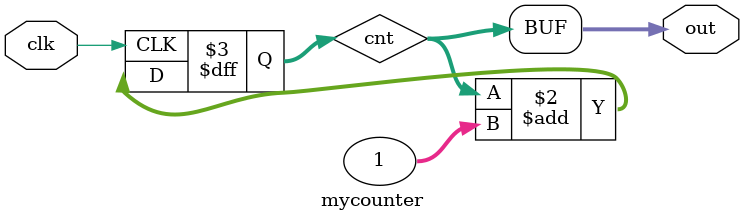
<source format=v>

module mycounter(clk,out);
	input clk;
	output[31:0] out;
	
	reg[31:0] cnt;
	
	always @(posedge clk)begin
		cnt <= cnt+1;
	end
	
	assign out = cnt;
	
endmodule
</source>
